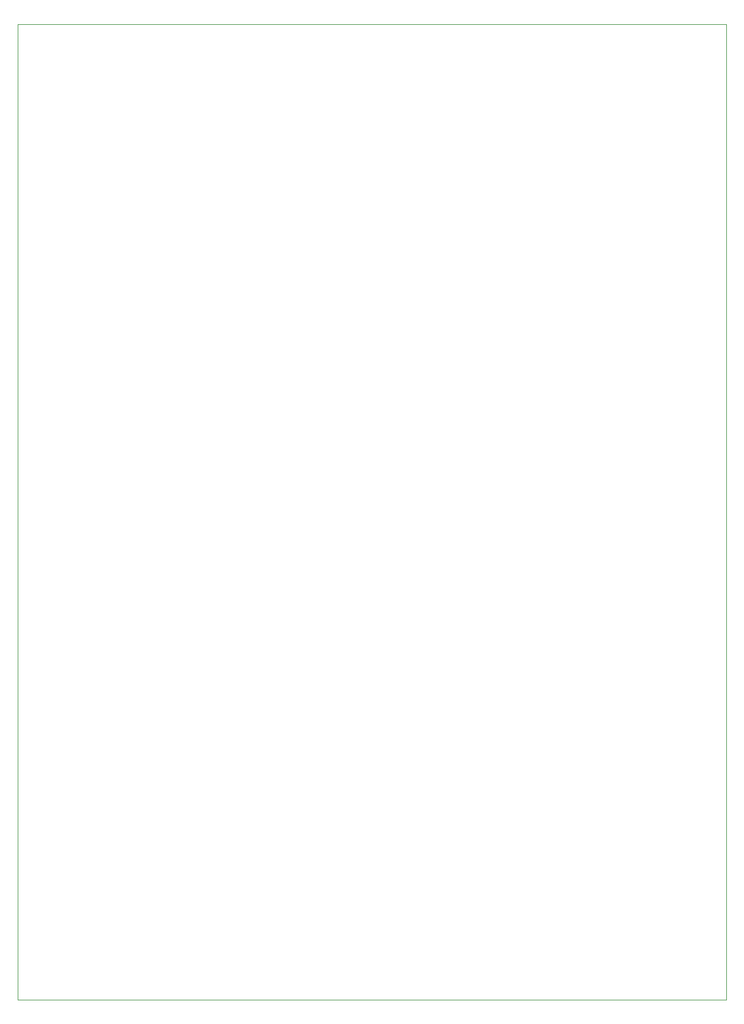
<source format=gm1>
G04 Layer_Color=16711935*
%FSLAX23Y23*%
%MOIN*%
G70*
G01*
G75*
D15*
X4000Y-0D02*
Y5500D01*
X1193D02*
X4000D01*
X0Y1681D02*
Y3650D01*
X753Y-0D02*
X4000D01*
X0D02*
Y1681D01*
Y-0D02*
X753D01*
X0Y5500D02*
X1193D01*
X0Y3650D02*
Y5500D01*
X4000Y-0D02*
Y5500D01*
X1193D02*
X4000D01*
X0Y1681D02*
Y3650D01*
X753Y-0D02*
X4000D01*
X0D02*
Y1681D01*
Y-0D02*
X753D01*
X0Y5500D02*
X1193D01*
X0Y3650D02*
Y5500D01*
M02*

</source>
